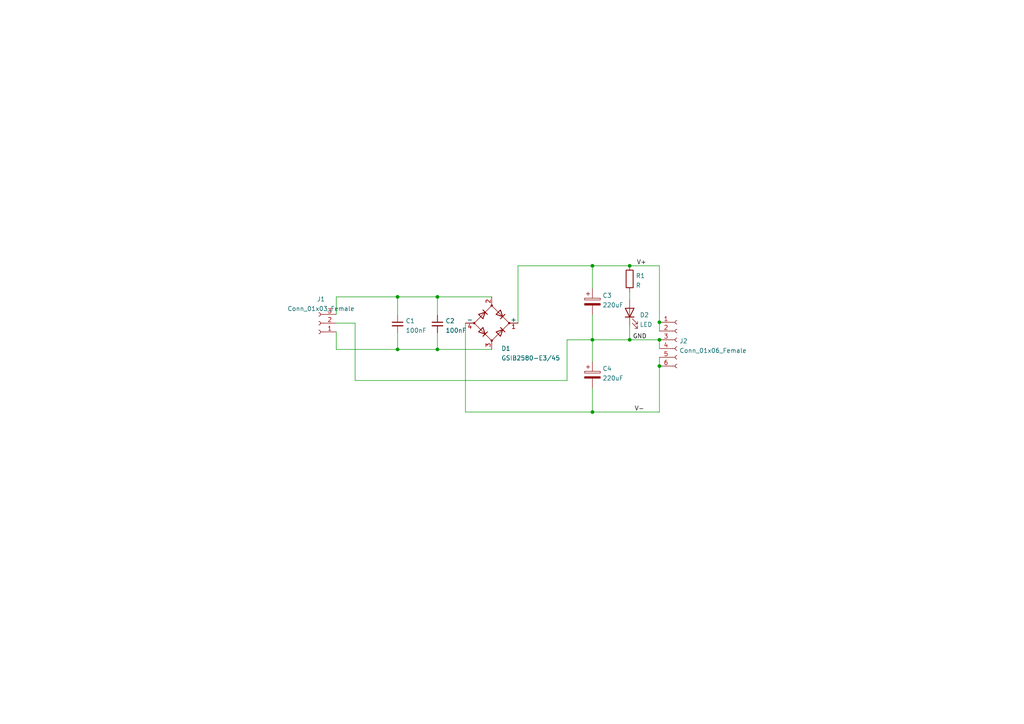
<source format=kicad_sch>
(kicad_sch (version 20211123) (generator eeschema)
  (paper "A4")
  (lib_symbols
    (symbol "Connector:Conn_01x03_Female" (pin_names (offset 1.016) hide)
      (property "Reference" "J" (at 0 5.08 0))
      (property "Value" "Conn_01x03_Female" (at 0 -5.08 0))
      (symbol "Conn_01x03_Female_1_1"
        (arc (start 0 -2.032) (mid -0.508 -2.54) (end 0 -3.048) (stroke (width 0.1524)))
        (polyline (pts (xy -1.27 -2.54) (xy -0.508 -2.54)) (stroke (width 0.1524)))
        (polyline (pts (xy -1.27 0) (xy -0.508 0)) (stroke (width 0.1524)))
        (polyline (pts (xy -1.27 2.54) (xy -0.508 2.54)) (stroke (width 0.1524)))
        (arc (start 0 0.508) (mid -0.508 0) (end 0 -0.508) (stroke (width 0.1524)))
        (arc (start 0 3.048) (mid -0.508 2.54) (end 0 2.032) (stroke (width 0.1524)))
        (pin passive line (at -5.08 2.54 0) (length 3.81) (name "Pin_1") (number "1"))
        (pin passive line (at -5.08 0 0) (length 3.81) (name "Pin_2") (number "2"))
        (pin passive line (at -5.08 -2.54 0) (length 3.81) (name "Pin_3") (number "3"))
      )
    )
    (symbol "Connector:Conn_01x06_Female" (pin_names (offset 1.016) hide)
      (property "Reference" "J" (at 0 7.62 0))
      (property "Value" "Conn_01x06_Female" (at 0 -10.16 0))
      (symbol "Conn_01x06_Female_1_1"
        (arc (start 0 -7.112) (mid -0.508 -7.62) (end 0 -8.128) (stroke (width 0.1524)))
        (arc (start 0 -4.572) (mid -0.508 -5.08) (end 0 -5.588) (stroke (width 0.1524)))
        (arc (start 0 -2.032) (mid -0.508 -2.54) (end 0 -3.048) (stroke (width 0.1524)))
        (polyline (pts (xy -1.27 -7.62) (xy -0.508 -7.62)) (stroke (width 0.1524)))
        (polyline (pts (xy -1.27 -5.08) (xy -0.508 -5.08)) (stroke (width 0.1524)))
        (polyline (pts (xy -1.27 -2.54) (xy -0.508 -2.54)) (stroke (width 0.1524)))
        (polyline (pts (xy -1.27 0) (xy -0.508 0)) (stroke (width 0.1524)))
        (polyline (pts (xy -1.27 2.54) (xy -0.508 2.54)) (stroke (width 0.1524)))
        (polyline (pts (xy -1.27 5.08) (xy -0.508 5.08)) (stroke (width 0.1524)))
        (arc (start 0 0.508) (mid -0.508 0) (end 0 -0.508) (stroke (width 0.1524)))
        (arc (start 0 3.048) (mid -0.508 2.54) (end 0 2.032) (stroke (width 0.1524)))
        (arc (start 0 5.588) (mid -0.508 5.08) (end 0 4.572) (stroke (width 0.1524)))
        (pin passive line (at -5.08 5.08 0) (length 3.81) (name "Pin_1") (number "1"))
        (pin passive line (at -5.08 2.54 0) (length 3.81) (name "Pin_2") (number "2"))
        (pin passive line (at -5.08 0 0) (length 3.81) (name "Pin_3") (number "3"))
        (pin passive line (at -5.08 -2.54 0) (length 3.81) (name "Pin_4") (number "4"))
        (pin passive line (at -5.08 -5.08 0) (length 3.81) (name "Pin_5") (number "5"))
        (pin passive line (at -5.08 -7.62 0) (length 3.81) (name "Pin_6") (number "6"))
      )
    )
    (symbol "Device:C_Polarized" (pin_numbers hide) (pin_names (offset 0.254))
      (property "Reference" "C" (at 0.635 2.54 0))
      (property "Value" "C_Polarized" (at 0.635 -2.54 0))
      (symbol "C_Polarized_0_1"
        (rectangle (start -2.286 0.508) (end 2.286 1.016))
        (polyline (pts (xy -1.778 2.286) (xy -0.762 2.286)))
        (polyline (pts (xy -1.27 2.794) (xy -1.27 1.778)))
        (rectangle (start 2.286 -0.508) (end -2.286 -1.016) (fill (type outline)))
      )
      (symbol "C_Polarized_1_1"
        (pin passive line (at 0 3.81 270) (length 2.794) (name "~") (number "1"))
        (pin passive line (at 0 -3.81 90) (length 2.794) (name "~") (number "2"))
      )
    )
    (symbol "Device:C_Small" (pin_numbers hide) (pin_names (offset 0.254) hide)
      (property "Reference" "C" (at 0.254 1.778 0))
      (property "Value" "C_Small" (at 0.254 -2.032 0))
      (symbol "C_Small_0_1"
        (polyline (pts (xy -1.524 -0.508) (xy 1.524 -0.508)) (stroke (width 0.3302)))
        (polyline (pts (xy -1.524 0.508) (xy 1.524 0.508)) (stroke (width 0.3048)))
      )
      (symbol "C_Small_1_1"
        (pin passive line (at 0 2.54 270) (length 2.032) (name "~") (number "1"))
        (pin passive line (at 0 -2.54 90) (length 2.032) (name "~") (number "2"))
      )
    )
    (symbol "Device:D_Bridge_+AA-" (pin_names (offset 0))
      (property "Reference" "D" (at 2.54 6.985 0))
      (property "Value" "D_Bridge_+AA-" (at 2.54 5.08 0))
      (symbol "D_Bridge_+AA-_0_1"
        (circle (center -5.08 0) (radius 0.254) (fill (type outline)))
        (circle (center 0 -5.08) (radius 0.254) (fill (type outline)))
        (polyline (pts (xy -2.54 3.81) (xy -1.27 2.54)) (stroke (width 0.254)))
        (polyline (pts (xy -1.27 -2.54) (xy -2.54 -3.81)) (stroke (width 0.254)))
        (polyline (pts (xy 2.54 -1.27) (xy 3.81 -2.54)) (stroke (width 0.254)))
        (polyline (pts (xy 2.54 1.27) (xy 3.81 2.54)) (stroke (width 0.254)))
        (polyline (pts (xy -3.81 2.54) (xy -2.54 1.27) (xy -1.905 3.175) (xy -3.81 2.54)) (stroke (width 0.254)))
        (polyline (pts (xy -2.54 -1.27) (xy -3.81 -2.54) (xy -1.905 -3.175) (xy -2.54 -1.27)) (stroke (width 0.254)))
        (polyline (pts (xy 1.27 2.54) (xy 2.54 3.81) (xy 3.175 1.905) (xy 1.27 2.54)) (stroke (width 0.254)))
        (polyline (pts (xy 3.175 -1.905) (xy 1.27 -2.54) (xy 2.54 -3.81) (xy 3.175 -1.905)) (stroke (width 0.254)))
        (polyline (pts (xy -5.08 0) (xy 0 -5.08) (xy 5.08 0) (xy 0 5.08) (xy -5.08 0)))
        (circle (center 0 5.08) (radius 0.254) (fill (type outline)))
        (circle (center 5.08 0) (radius 0.254) (fill (type outline)))
      )
      (symbol "D_Bridge_+AA-_1_1"
        (pin passive line (at 7.62 0 180) (length 2.54) (name "+") (number "1"))
        (pin passive line (at 0 7.62 270) (length 2.54) (name "~") (number "2"))
        (pin passive line (at 0 -7.62 90) (length 2.54) (name "~") (number "3"))
        (pin passive line (at -7.62 0 0) (length 2.54) (name "-") (number "4"))
      )
    )
    (symbol "Device:LED" (pin_numbers hide) (pin_names (offset 1.016) hide)
      (property "Reference" "D" (at 0 2.54 0))
      (property "Value" "LED" (at 0 -2.54 0))
      (symbol "LED_0_1"
        (polyline (pts (xy -1.27 -1.27) (xy -1.27 1.27)) (stroke (width 0.254)))
        (polyline (pts (xy -1.27 0) (xy 1.27 0)))
        (polyline (pts (xy 1.27 -1.27) (xy 1.27 1.27) (xy -1.27 0) (xy 1.27 -1.27)) (stroke (width 0.254)))
        (polyline (pts (xy -3.048 -0.762) (xy -4.572 -2.286) (xy -3.81 -2.286) (xy -4.572 -2.286) (xy -4.572 -1.524)))
        (polyline (pts (xy -1.778 -0.762) (xy -3.302 -2.286) (xy -2.54 -2.286) (xy -3.302 -2.286) (xy -3.302 -1.524)))
      )
      (symbol "LED_1_1"
        (pin passive line (at -3.81 0 0) (length 2.54) (name "K") (number "1"))
        (pin passive line (at 3.81 0 180) (length 2.54) (name "A") (number "2"))
      )
    )
    (symbol "Device:R" (pin_numbers hide) (pin_names (offset 0))
      (property "Reference" "R" (at 2.032 0 90))
      (property "Value" "R" (at 0 0 90))
      (symbol "R_0_1"
        (rectangle (start -1.016 -2.54) (end 1.016 2.54) (stroke (width 0.254)))
      )
      (symbol "R_1_1"
        (pin passive line (at 0 3.81 270) (length 1.27) (name "~") (number "1"))
        (pin passive line (at 0 -3.81 90) (length 1.27) (name "~") (number "2"))
      )
    )
  )
  (junction (at 115.316 86.106))
  (junction (at 182.626 77.089))
  (junction (at 115.316 101.346))
  (junction (at 126.873 86.106))
  (junction (at 126.873 101.346))
  (junction (at 191.262 98.552))
  (junction (at 191.262 93.472))
  (junction (at 171.831 77.089))
  (junction (at 182.626 98.552))
  (junction (at 171.831 119.507))
  (junction (at 171.831 98.552))
  (junction (at 191.262 106.172))
  (wire (pts (xy 126.873 86.106) (xy 126.873 91.44)))
  (wire (pts (xy 115.316 86.106) (xy 126.873 86.106)))
  (wire (pts (xy 191.262 106.172) (xy 191.262 119.507)))
  (wire (pts (xy 115.316 86.106) (xy 115.316 91.44)))
  (wire (pts (xy 126.873 101.346) (xy 142.621 101.346)))
  (wire (pts (xy 126.873 86.106) (xy 142.621 86.106)))
  (wire (pts (xy 97.536 86.106) (xy 115.316 86.106)))
  (wire (pts (xy 191.262 103.632) (xy 191.262 106.172)))
  (wire (pts (xy 171.831 98.552) (xy 182.626 98.552)))
  (wire (pts (xy 135.001 93.726) (xy 135.001 119.507)))
  (wire (pts (xy 191.262 93.472) (xy 191.262 96.012)))
  (wire (pts (xy 191.262 77.089) (xy 191.262 93.472)))
  (wire (pts (xy 150.241 77.089) (xy 171.831 77.089)))
  (wire (pts (xy 171.831 77.089) (xy 171.831 83.693)))
  (wire (pts (xy 171.831 77.089) (xy 182.626 77.089)))
  (wire (pts (xy 171.831 112.522) (xy 171.831 119.507)))
  (wire (pts (xy 97.536 86.106) (xy 97.536 91.186)))
  (wire (pts (xy 102.997 110.363) (xy 164.465 110.363)))
  (wire (pts (xy 171.831 98.552) (xy 171.831 104.902)))
  (wire (pts (xy 97.536 101.346) (xy 115.316 101.346)))
  (wire (pts (xy 182.626 77.089) (xy 191.262 77.089)))
  (wire (pts (xy 191.262 119.507) (xy 171.831 119.507)))
  (wire (pts (xy 182.626 94.488) (xy 182.626 98.552)))
  (wire (pts (xy 97.536 93.726) (xy 102.997 93.726)))
  (wire (pts (xy 102.997 93.726) (xy 102.997 110.363)))
  (wire (pts (xy 97.536 96.266) (xy 97.536 101.346)))
  (wire (pts (xy 126.873 101.346) (xy 115.316 101.346)))
  (wire (pts (xy 182.626 84.709) (xy 182.626 86.868)))
  (wire (pts (xy 171.831 91.313) (xy 171.831 98.552)))
  (wire (pts (xy 126.873 96.52) (xy 126.873 101.346)))
  (wire (pts (xy 182.626 98.552) (xy 191.262 98.552)))
  (wire (pts (xy 115.316 96.52) (xy 115.316 101.346)))
  (wire (pts (xy 164.465 98.552) (xy 171.831 98.552)))
  (wire (pts (xy 164.465 110.363) (xy 164.465 98.552)))
  (wire (pts (xy 150.241 93.726) (xy 150.241 77.089)))
  (wire (pts (xy 191.262 98.552) (xy 191.262 101.092)))
  (wire (pts (xy 135.001 119.507) (xy 171.831 119.507)))
  (label "GND" (at 183.515 98.552 0))
  (label "V-" (at 184.023 119.507 0))
  (label "V+" (at 184.658 77.089 0))
  (symbol (lib_id "Device:C_Small") (at 115.316 93.98 0) (unit 1)
    (property "Reference" "C1" (at 117.6401 93.0778 0) (effects (justify left)))
    (property "Value" "100nF" (at 117.6401 95.8529 0) (effects (justify left)))
    (property "Footprint" "Capacitor_THT:C_Rect_L18.0mm_W7.0mm_P15.00mm_FKS3_FKP3" (effects hide))
  )
  (symbol (lib_id "Connector:Conn_01x06_Female") (at 196.342 98.552 0) (unit 1)
    (property "Reference" "J2" (at 197.0532 98.9135 0) (effects (justify left)))
    (property "Value" "Conn_01x06_Female" (at 197.0532 101.6886 0) (effects (justify left)))
    (property "Footprint" "TerminalBlock_Altech:Altech_AK300_1x06_P5.00mm_45-Degree" (effects hide))
  )
  (symbol (lib_id "Device:LED") (at 182.626 90.678 90) (unit 1)
    (property "Reference" "D2" (at 185.547 91.357 90) (effects (justify right)))
    (property "Value" "LED" (at 185.547 94.1321 90) (effects (justify right)))
    (property "Footprint" "LED_THT:LED_D3.0mm" (effects hide))
  )
  (symbol (lib_id "Connector:Conn_01x03_Female") (at 92.456 93.726 180) (unit 1)
    (property "Reference" "J1" (at 93.091 86.7623 0))
    (property "Value" "Conn_01x03_Female" (at 93.091 89.5374 0))
    (property "Footprint" "TerminalBlock_Altech:Altech_AK300_1x03_P5.00mm_45-Degree" (effects hide))
  )
  (symbol (lib_id "Device:C_Polarized") (at 171.831 108.712 0) (unit 1)
    (property "Reference" "C4" (at 174.752 106.9145 0) (effects (justify left)))
    (property "Value" "220uF" (at 174.752 109.6896 0) (effects (justify left)))
    (property "Footprint" "Capacitor_THT:CP_Radial_D12.5mm_P5.00mm" (effects hide))
  )
  (symbol (lib_id "Device:C_Small") (at 126.873 93.98 0) (unit 1)
    (property "Reference" "C2" (at 129.1971 93.0778 0) (effects (justify left)))
    (property "Value" "100nF" (at 129.1971 95.8529 0) (effects (justify left)))
    (property "Footprint" "Capacitor_THT:C_Rect_L18.0mm_W7.0mm_P15.00mm_FKS3_FKP3" (effects hide))
  )
  (symbol (lib_id "Device:C_Polarized") (at 171.831 87.503 0) (unit 1)
    (property "Reference" "C3" (at 174.752 85.7055 0) (effects (justify left)))
    (property "Value" "220uF" (at 174.752 88.4806 0) (effects (justify left)))
    (property "Footprint" "Capacitor_THT:CP_Radial_D12.5mm_P5.00mm" (effects hide))
  )
  (symbol (lib_id "Device:R") (at 182.626 80.899 0) (unit 1)
    (property "Reference" "R1" (at 184.404 79.9905 0) (effects (justify left)))
    (property "Value" "R" (at 184.404 82.7656 0) (effects (justify left)))
    (property "Footprint" "Resistor_THT:R_Axial_DIN0207_L6.3mm_D2.5mm_P10.16mm_Horizontal" (effects hide))
  )
  (symbol (lib_id "Device:D_Bridge_+AA-") (at 142.621 93.726 0) (unit 1)
    (property "Reference" "D1" (at 145.3897 101.0825 0) (effects (justify left)))
    (property "Value" "GSIB2580-E3/45" (at 145.3897 103.8576 0) (effects (justify left)))
    (property "Footprint" "Custom Library:DIOB_GBJ2501-BP" (effects hide))
  )
)
</source>
